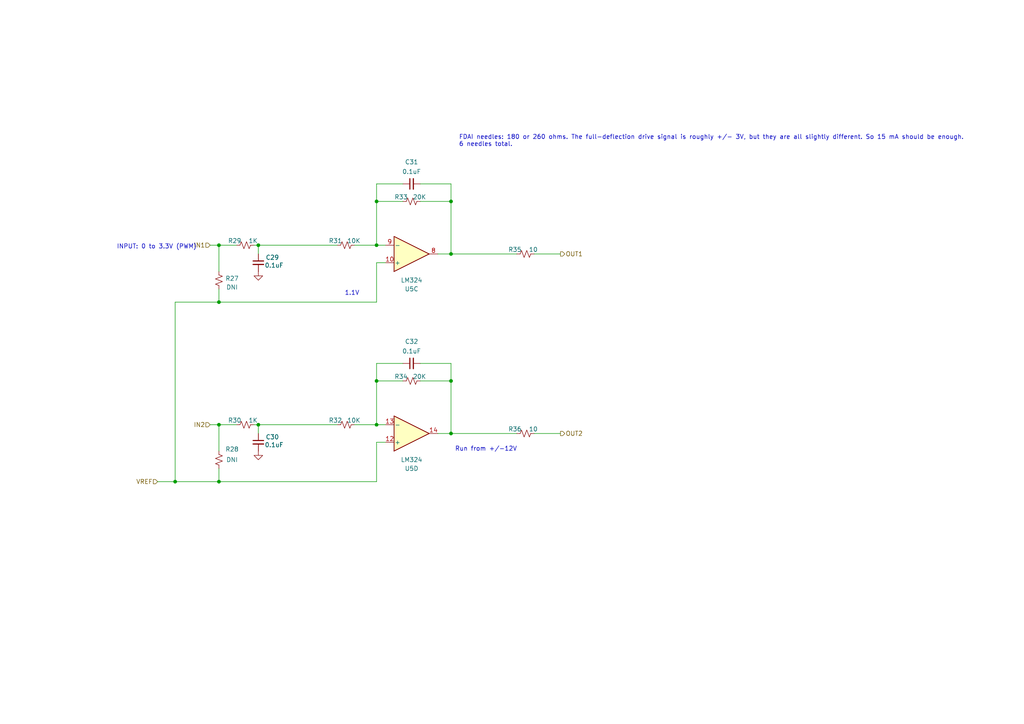
<source format=kicad_sch>
(kicad_sch (version 20250114) (generator "eeschema") (generator_version "9.0")
  (paper "A4")
  (lib_symbols
    (symbol "Amplifier_Operational:LM324" (pin_names (offset 0.127))
      (property "Reference" "U" (at 0 5.08 0))
      (property "Value" "LM324" (at 0 -5.08 0))
      (symbol "LM324_1_1"
        (polyline (pts (xy -5.08 5.08) (xy 5.08 0) (xy -5.08 -5.08) (xy -5.08 5.08)) (stroke (width 0.254)) (fill (type background)))
        (pin input line (at -7.62 2.54 0) (length 2.54) (name "+") (number "3"))
        (pin input line (at -7.62 -2.54 0) (length 2.54) (name "-") (number "2"))
        (pin output line (at 7.62 0 180) (length 2.54) (name "~") (number "1"))
      )
      (symbol "LM324_2_1"
        (polyline (pts (xy -5.08 5.08) (xy 5.08 0) (xy -5.08 -5.08) (xy -5.08 5.08)) (stroke (width 0.254)) (fill (type background)))
        (pin input line (at -7.62 2.54 0) (length 2.54) (name "+") (number "5"))
        (pin input line (at -7.62 -2.54 0) (length 2.54) (name "-") (number "6"))
        (pin output line (at 7.62 0 180) (length 2.54) (name "~") (number "7"))
      )
      (symbol "LM324_3_1"
        (polyline (pts (xy -5.08 5.08) (xy 5.08 0) (xy -5.08 -5.08) (xy -5.08 5.08)) (stroke (width 0.254)) (fill (type background)))
        (pin input line (at -7.62 2.54 0) (length 2.54) (name "+") (number "10"))
        (pin input line (at -7.62 -2.54 0) (length 2.54) (name "-") (number "9"))
        (pin output line (at 7.62 0 180) (length 2.54) (name "~") (number "8"))
      )
      (symbol "LM324_4_1"
        (polyline (pts (xy -5.08 5.08) (xy 5.08 0) (xy -5.08 -5.08) (xy -5.08 5.08)) (stroke (width 0.254)) (fill (type background)))
        (pin input line (at -7.62 2.54 0) (length 2.54) (name "+") (number "12"))
        (pin input line (at -7.62 -2.54 0) (length 2.54) (name "-") (number "13"))
        (pin output line (at 7.62 0 180) (length 2.54) (name "~") (number "14"))
      )
      (symbol "LM324_5_1"
        (pin power_in line (at -2.54 7.62 270) (length 3.81) (name "V+") (number "4"))
        (pin power_in line (at -2.54 -7.62 90) (length 3.81) (name "V-") (number "11"))
      )
    )
    (symbol "Device:C_Small" (pin_numbers (hide yes)) (pin_names (offset 0.254) (hide yes))
      (property "Reference" "C" (at 0.254 1.778 0))
      (property "Value" "C_Small" (at 0.254 -2.032 0))
      (symbol "C_Small_0_1"
        (polyline (pts (xy -1.524 0.508) (xy 1.524 0.508)) (stroke (width 0.3048)))
        (polyline (pts (xy -1.524 -0.508) (xy 1.524 -0.508)) (stroke (width 0.3302)))
      )
      (symbol "C_Small_1_1"
        (pin passive line (at 0 2.54 270) (length 2.032) (name "~") (number "1"))
        (pin passive line (at 0 -2.54 90) (length 2.032) (name "~") (number "2"))
      )
    )
    (symbol "Device:R_Small_US" (pin_numbers (hide yes)) (pin_names (offset 0.254) (hide yes))
      (property "Reference" "R" (at 0.762 0.508 0))
      (property "Value" "R_Small_US" (at 0.762 -1.016 0))
      (symbol "R_Small_US_1_1"
        (polyline (pts (xy 0 1.524) (xy 1.016 1.143) (xy 0 0.762) (xy -1.016 0.381) (xy 0 0)))
        (polyline (pts (xy 0 0) (xy 1.016 -0.381) (xy 0 -0.762) (xy -1.016 -1.143) (xy 0 -1.524)))
        (pin passive line (at 0 2.54 270) (length 1.016) (name "~") (number "1"))
        (pin passive line (at 0 -2.54 90) (length 1.016) (name "~") (number "2"))
      )
    )
    (symbol "power:GND" (power) (pin_numbers (hide yes)) (pin_names (offset 0) (hide yes))
      (property "Value" "GND" (at 0 -3.81 0))
      (symbol "GND_0_1"
        (polyline (pts (xy 0 0) (xy 0 -1.27) (xy 1.27 -1.27) (xy 0 -2.54) (xy -1.27 -1.27) (xy 0 -1.27)))
      )
      (symbol "GND_1_1"
        (pin power_in line (at 0 0 270) (length 0) (name "~") (number "1"))
      )
    )
  )
  (text "1.1V" (at 102.108 85.09 0) (effects (font (size 1.27 1.27))))
  (text "Run from +/-12V" (at 140.97 130.302 0) (effects (font (size 1.27 1.27))))
  (text "FDAI needles: 180 or 260 ohms. The full-deflection drive signal is roughly +/- 3V, but they are all slightly different. So 15 mA should be enough.\n6 needles total." (at 133.096 40.894 0) (effects (font (size 1.27 1.27)) (justify left)))
  (text "INPUT: 0 to 3.3V (PWM)" (at 45.466 71.628 0) (effects (font (size 1.27 1.27))))
  (junction (at 74.93 71.12))
  (junction (at 130.81 58.42))
  (junction (at 130.81 73.66))
  (junction (at 63.5 123.19))
  (junction (at 109.22 110.49))
  (junction (at 74.93 123.19))
  (junction (at 63.5 139.7))
  (junction (at 130.81 110.49))
  (junction (at 63.5 71.12))
  (junction (at 50.8 139.7))
  (junction (at 63.5 87.63))
  (junction (at 109.22 123.19))
  (junction (at 130.81 125.73))
  (junction (at 109.22 71.12))
  (junction (at 109.22 58.42))
  (wire (pts (xy 63.5 135.89) (xy 63.5 139.7)))
  (wire (pts (xy 74.93 71.12) (xy 74.93 73.66)))
  (wire (pts (xy 111.76 123.19) (xy 109.22 123.19)))
  (wire (pts (xy 109.22 58.42) (xy 116.84 58.42)))
  (wire (pts (xy 130.81 110.49) (xy 130.81 125.73)))
  (wire (pts (xy 130.81 73.66) (xy 149.86 73.66)))
  (wire (pts (xy 109.22 110.49) (xy 116.84 110.49)))
  (wire (pts (xy 50.8 87.63) (xy 50.8 139.7)))
  (wire (pts (xy 109.22 128.27) (xy 109.22 139.7)))
  (wire (pts (xy 63.5 123.19) (xy 63.5 130.81)))
  (wire (pts (xy 111.76 71.12) (xy 109.22 71.12)))
  (wire (pts (xy 74.93 123.19) (xy 74.93 125.73)))
  (wire (pts (xy 130.81 58.42) (xy 130.81 73.66)))
  (wire (pts (xy 63.5 123.19) (xy 68.58 123.19)))
  (wire (pts (xy 130.81 125.73) (xy 149.86 125.73)))
  (wire (pts (xy 50.8 139.7) (xy 63.5 139.7)))
  (wire (pts (xy 102.87 123.19) (xy 109.22 123.19)))
  (wire (pts (xy 60.96 123.19) (xy 63.5 123.19)))
  (wire (pts (xy 116.84 105.41) (xy 109.22 105.41)))
  (wire (pts (xy 73.66 123.19) (xy 74.93 123.19)))
  (wire (pts (xy 121.92 53.34) (xy 130.81 53.34)))
  (wire (pts (xy 74.93 71.12) (xy 97.79 71.12)))
  (wire (pts (xy 130.81 125.73) (xy 127 125.73)))
  (wire (pts (xy 63.5 139.7) (xy 109.22 139.7)))
  (wire (pts (xy 109.22 53.34) (xy 109.22 58.42)))
  (wire (pts (xy 63.5 71.12) (xy 63.5 78.74)))
  (wire (pts (xy 154.94 73.66) (xy 162.56 73.66)))
  (wire (pts (xy 130.81 53.34) (xy 130.81 58.42)))
  (wire (pts (xy 50.8 87.63) (xy 63.5 87.63)))
  (wire (pts (xy 74.93 123.19) (xy 97.79 123.19)))
  (wire (pts (xy 109.22 123.19) (xy 109.22 110.49)))
  (wire (pts (xy 130.81 105.41) (xy 130.81 110.49)))
  (wire (pts (xy 111.76 76.2) (xy 109.22 76.2)))
  (wire (pts (xy 102.87 71.12) (xy 109.22 71.12)))
  (wire (pts (xy 63.5 83.82) (xy 63.5 87.63)))
  (wire (pts (xy 130.81 73.66) (xy 127 73.66)))
  (wire (pts (xy 121.92 105.41) (xy 130.81 105.41)))
  (wire (pts (xy 111.76 128.27) (xy 109.22 128.27)))
  (wire (pts (xy 63.5 87.63) (xy 109.22 87.63)))
  (wire (pts (xy 45.72 139.7) (xy 50.8 139.7)))
  (wire (pts (xy 121.92 58.42) (xy 130.81 58.42)))
  (wire (pts (xy 154.94 125.73) (xy 162.56 125.73)))
  (wire (pts (xy 121.92 110.49) (xy 130.81 110.49)))
  (wire (pts (xy 109.22 76.2) (xy 109.22 87.63)))
  (wire (pts (xy 63.5 71.12) (xy 68.58 71.12)))
  (wire (pts (xy 60.96 71.12) (xy 63.5 71.12)))
  (wire (pts (xy 109.22 71.12) (xy 109.22 58.42)))
  (wire (pts (xy 109.22 105.41) (xy 109.22 110.49)))
  (wire (pts (xy 116.84 53.34) (xy 109.22 53.34)))
  (wire (pts (xy 73.66 71.12) (xy 74.93 71.12)))
  (hierarchical_label "IN1" (shape input) (at 60.96 71.12 180))
  (hierarchical_label "OUT2" (shape output) (at 162.56 125.73 0))
  (hierarchical_label "IN2" (shape input) (at 60.96 123.19 180))
  (hierarchical_label "VREF" (shape input) (at 45.72 139.7 180))
  (hierarchical_label "OUT1" (shape output) (at 162.56 73.66 0))
  (symbol (lib_id "Device:C_Small") (at 119.38 105.41 90) (unit 1)
    (property "Reference" "C28" (at 119.38 99.06 90))
    (property "Value" "0.1uF" (at 119.38 101.854 90))
    (property "Footprint" "Passive:CAPC1608X100" (effects (hide yes)))
    (property "Description" "Unpolarized capacitor, small symbol" (effects (hide yes)))
    (instances (project "SynchroDriverD" (path "" (reference "C32") (unit 1)) (path "" (reference "C28") (unit 1)) (path "" (reference "C36") (unit 1))))
  )
  (symbol (lib_id "Device:R_Small_US") (at 100.33 123.19 90) (unit 1)
    (property "Reference" "R22" (at 97.282 121.92 90))
    (property "Value" "10K" (at 102.616 121.92 90))
    (property "Footprint" "Passive:RESC1608X55" (effects (hide yes)))
    (property "Description" "Resistor, small US symbol" (effects (hide yes)))
    (instances (project "SynchroDriverD" (path "" (reference "R32") (unit 1)) (path "" (reference "R22") (unit 1)) (path "" (reference "R42") (unit 1))))
  )
  (symbol (lib_id "Device:R_Small_US") (at 152.4 125.73 90) (unit 1)
    (property "Reference" "R26" (at 149.352 124.46 90))
    (property "Value" "10" (at 154.686 124.46 90))
    (property "Footprint" "Passive:RESC1608X55" (effects (hide yes)))
    (property "Description" "Resistor, small US symbol" (effects (hide yes)))
    (instances (project "SynchroDriverD" (path "" (reference "R36") (unit 1)) (path "" (reference "R26") (unit 1)) (path "" (reference "R46") (unit 1))))
  )
  (symbol (lib_id "Device:C_Small") (at 74.93 76.2 0) (unit 1)
    (property "Reference" "C25" (at 78.994 74.676 0))
    (property "Value" "0.1uF" (at 79.502 76.962 0))
    (property "Footprint" "Passive:CAPC1608X100" (effects (hide yes)))
    (property "Description" "Unpolarized capacitor, small symbol" (effects (hide yes)))
    (instances (project "SynchroDriverD" (path "" (reference "C29") (unit 1)) (path "" (reference "C25") (unit 1)) (path "" (reference "C33") (unit 1))))
  )
  (symbol (lib_id "Device:R_Small_US") (at 119.38 58.42 90) (unit 1)
    (property "Reference" "R23" (at 116.332 57.15 90))
    (property "Value" "20K" (at 121.666 57.15 90))
    (property "Footprint" "Passive:RESC1608X55" (effects (hide yes)))
    (property "Description" "Resistor, small US symbol" (effects (hide yes)))
    (instances (project "SynchroDriverD" (path "" (reference "R33") (unit 1)) (path "" (reference "R23") (unit 1)) (path "" (reference "R43") (unit 1))))
  )
  (symbol (lib_id "Device:R_Small_US") (at 152.4 73.66 90) (unit 1)
    (property "Reference" "R25" (at 149.352 72.39 90))
    (property "Value" "10" (at 154.686 72.39 90))
    (property "Footprint" "Passive:RESC1608X55" (effects (hide yes)))
    (property "Description" "Resistor, small US symbol" (effects (hide yes)))
    (instances (project "SynchroDriverD" (path "" (reference "R35") (unit 1)) (path "" (reference "R25") (unit 1)) (path "" (reference "R45") (unit 1))))
  )
  (symbol (lib_id "power:GND") (at 74.93 78.74 0) (unit 1)
    (property "Reference" "#PWR045" (effects (hide yes)))
    (property "Value" "GND" (effects (hide yes)))
    (property "Description" "Power symbol creates a global label with name \"GND\" , ground" (effects (hide yes)))
    (instances (project "SynchroDriverD" (path "" (reference "#PWR047") (unit 1)) (path "" (reference "#PWR045") (unit 1)) (path "" (reference "#PWR049") (unit 1))))
  )
  (symbol (lib_id "Device:R_Small_US") (at 119.38 110.49 90) (unit 1)
    (property "Reference" "R24" (at 116.332 109.22 90))
    (property "Value" "20K" (at 121.666 109.22 90))
    (property "Footprint" "Passive:RESC1608X55" (effects (hide yes)))
    (property "Description" "Resistor, small US symbol" (effects (hide yes)))
    (instances (project "SynchroDriverD" (path "" (reference "R34") (unit 1)) (path "" (reference "R24") (unit 1)) (path "" (reference "R44") (unit 1))))
  )
  (symbol (lib_id "Amplifier_Operational:LM324") (at 119.38 125.73 0) (mirror x) (unit 2)
    (property "Reference" "U5" (at 119.38 135.89 0))
    (property "Value" "LM324" (at 119.38 133.35 0))
    (property "Footprint" "Active:SOP127P620X175-14" (effects (hide yes)))
    (property "Datasheet" "http://www.ti.com/lit/ds/symlink/lm2902-n.pdf" (effects (hide yes)))
    (property "Description" "Low-Power, Quad-Operational Amplifiers, DIP-14/SOIC-14/SSOP-14" (effects (hide yes)))
    (property "Mouser" "863-LM324DR2G" (effects (hide yes)))
    (instances (project "" (path "" (reference "U5") (unit 4)) (path "" (reference "U5") (unit 2)) (path "" (reference "U2") (unit 3))))
  )
  (symbol (lib_id "Device:R_Small_US") (at 63.5 81.28 180) (unit 1)
    (property "Reference" "R17" (at 67.31 80.772 0))
    (property "Value" "DNI" (at 67.31 83.312 0))
    (property "Footprint" "Passive:RESC1608X55" (effects (hide yes)))
    (property "Description" "Resistor, small US symbol" (effects (hide yes)))
    (instances (project "SynchroDriverD" (path "" (reference "R27") (unit 1)) (path "" (reference "R17") (unit 1)) (path "" (reference "R37") (unit 1))))
  )
  (symbol (lib_id "Device:R_Small_US") (at 71.12 123.19 90) (unit 1)
    (property "Reference" "R20" (at 68.072 121.92 90))
    (property "Value" "1K" (at 73.406 121.92 90))
    (property "Footprint" "Passive:RESC1608X55" (effects (hide yes)))
    (property "Description" "Resistor, small US symbol" (effects (hide yes)))
    (instances (project "SynchroDriverD" (path "" (reference "R30") (unit 1)) (path "" (reference "R20") (unit 1)) (path "" (reference "R40") (unit 1))))
  )
  (symbol (lib_id "Device:R_Small_US") (at 100.33 71.12 90) (unit 1)
    (property "Reference" "R21" (at 97.282 69.85 90))
    (property "Value" "10K" (at 102.616 69.85 90))
    (property "Footprint" "Passive:RESC1608X55" (effects (hide yes)))
    (property "Description" "Resistor, small US symbol" (effects (hide yes)))
    (instances (project "SynchroDriverD" (path "" (reference "R31") (unit 1)) (path "" (reference "R21") (unit 1)) (path "" (reference "R41") (unit 1))))
  )
  (symbol (lib_id "Device:C_Small") (at 119.38 53.34 90) (unit 1)
    (property "Reference" "C27" (at 119.38 46.99 90))
    (property "Value" "0.1uF" (at 119.38 49.784 90))
    (property "Footprint" "Passive:CAPC1608X100" (effects (hide yes)))
    (property "Description" "Unpolarized capacitor, small symbol" (effects (hide yes)))
    (instances (project "SynchroDriverD" (path "" (reference "C31") (unit 1)) (path "" (reference "C27") (unit 1)) (path "" (reference "C35") (unit 1))))
  )
  (symbol (lib_id "Device:R_Small_US") (at 71.12 71.12 90) (unit 1)
    (property "Reference" "R19" (at 68.072 69.85 90))
    (property "Value" "1K" (at 73.406 69.85 90))
    (property "Footprint" "Passive:RESC1608X55" (effects (hide yes)))
    (property "Description" "Resistor, small US symbol" (effects (hide yes)))
    (instances (project "SynchroDriverD" (path "" (reference "R29") (unit 1)) (path "" (reference "R19") (unit 1)) (path "" (reference "R39") (unit 1))))
  )
  (symbol (lib_id "power:GND") (at 74.93 130.81 0) (unit 1)
    (property "Reference" "#PWR046" (effects (hide yes)))
    (property "Value" "GND" (effects (hide yes)))
    (property "Description" "Power symbol creates a global label with name \"GND\" , ground" (effects (hide yes)))
    (instances (project "SynchroDriverD" (path "" (reference "#PWR048") (unit 1)) (path "" (reference "#PWR046") (unit 1)) (path "" (reference "#PWR050") (unit 1))))
  )
  (symbol (lib_id "Device:C_Small") (at 74.93 128.27 0) (unit 1)
    (property "Reference" "C26" (at 78.994 126.746 0))
    (property "Value" "0.1uF" (at 79.502 129.032 0))
    (property "Footprint" "Passive:CAPC1608X100" (effects (hide yes)))
    (property "Description" "Unpolarized capacitor, small symbol" (effects (hide yes)))
    (instances (project "SynchroDriverD" (path "" (reference "C30") (unit 1)) (path "" (reference "C26") (unit 1)) (path "" (reference "C34") (unit 1))))
  )
  (symbol (lib_id "Device:R_Small_US") (at 63.5 133.35 180) (unit 1)
    (property "Reference" "R18" (at 67.31 130.302 0))
    (property "Value" "DNI" (at 67.31 133.35 0))
    (property "Footprint" "Passive:RESC1608X55" (effects (hide yes)))
    (property "Description" "Resistor, small US symbol" (effects (hide yes)))
    (instances (project "SynchroDriverD" (path "" (reference "R28") (unit 1)) (path "" (reference "R18") (unit 1)) (path "" (reference "R38") (unit 1))))
  )
  (symbol (lib_id "Amplifier_Operational:LM324") (at 119.38 73.66 0) (mirror x) (unit 1)
    (property "Reference" "U5" (at 119.38 83.82 0))
    (property "Value" "LM324" (at 119.38 81.28 0))
    (property "Footprint" "Active:SOP127P620X175-14" (effects (hide yes)))
    (property "Datasheet" "http://www.ti.com/lit/ds/symlink/lm2902-n.pdf" (effects (hide yes)))
    (property "Description" "Low-Power, Quad-Operational Amplifiers, DIP-14/SOIC-14/SSOP-14" (effects (hide yes)))
    (property "Mouser" "863-LM324DR2G" (effects (hide yes)))
    (instances (project "" (path "" (reference "U5") (unit 3)) (path "" (reference "U5") (unit 1)) (path "" (reference "U2") (unit 4))))
  )
)
</source>
